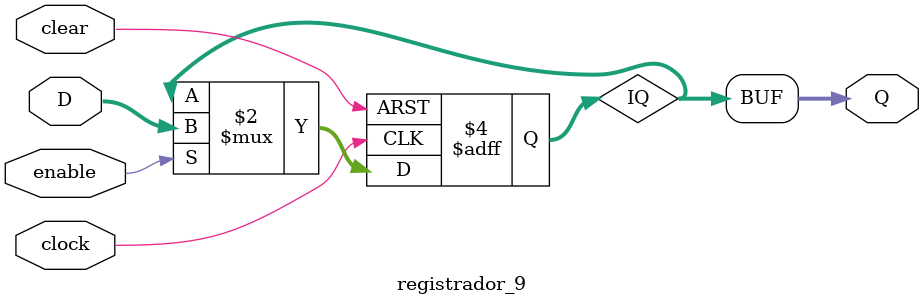
<source format=v>
module registrador_9 (
    input        clock,
    input        clear,
    input        enable,
    input  [8:0] D,
    output [8:0] Q
);

    reg [8:0] IQ;

    always @(posedge clock or posedge clear) begin
        if (clear)
            IQ <= 0;
        else if (enable)
            IQ <= D;
    end

    assign Q = IQ;

endmodule
</source>
